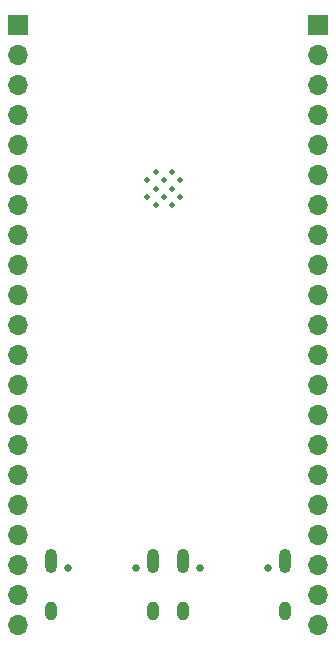
<source format=gbr>
%TF.GenerationSoftware,KiCad,Pcbnew,(6.0.10)*%
%TF.CreationDate,2023-01-22T23:50:18+10:00*%
%TF.ProjectId,ESP32-S3-Breakout,45535033-322d-4533-932d-427265616b6f,rev?*%
%TF.SameCoordinates,Original*%
%TF.FileFunction,Soldermask,Bot*%
%TF.FilePolarity,Negative*%
%FSLAX46Y46*%
G04 Gerber Fmt 4.6, Leading zero omitted, Abs format (unit mm)*
G04 Created by KiCad (PCBNEW (6.0.10)) date 2023-01-22 23:50:18*
%MOMM*%
%LPD*%
G01*
G04 APERTURE LIST*
%ADD10C,0.650000*%
%ADD11O,1.000000X2.100000*%
%ADD12O,1.000000X1.600000*%
%ADD13C,0.500000*%
%ADD14R,1.700000X1.700000*%
%ADD15O,1.700000X1.700000*%
G04 APERTURE END LIST*
D10*
%TO.C,J1*%
X97378000Y-122114000D03*
X91598000Y-122114000D03*
D11*
X98808000Y-121584000D03*
D12*
X90168000Y-125764000D03*
D11*
X90168000Y-121584000D03*
D12*
X98808000Y-125764000D03*
%TD*%
D13*
%TO.C,U3*%
X87143000Y-90716000D03*
X88543000Y-89316000D03*
X89243000Y-90016000D03*
X87143000Y-89316000D03*
X88543000Y-90716000D03*
X89243000Y-88616000D03*
X89243000Y-91416000D03*
X87843000Y-91416000D03*
X89943000Y-90716000D03*
X87843000Y-88616000D03*
X87843000Y-90016000D03*
X89943000Y-89316000D03*
%TD*%
D10*
%TO.C,J2*%
X80422000Y-122114000D03*
X86202000Y-122114000D03*
D11*
X78992000Y-121584000D03*
D12*
X87632000Y-125764000D03*
X78992000Y-125764000D03*
D11*
X87632000Y-121584000D03*
%TD*%
D14*
%TO.C,J3*%
X76200000Y-76200000D03*
D15*
X76200000Y-78740000D03*
X76200000Y-81280000D03*
X76200000Y-83820000D03*
X76200000Y-86360000D03*
X76200000Y-88900000D03*
X76200000Y-91440000D03*
X76200000Y-93980000D03*
X76200000Y-96520000D03*
X76200000Y-99060000D03*
X76200000Y-101600000D03*
X76200000Y-104140000D03*
X76200000Y-106680000D03*
X76200000Y-109220000D03*
X76200000Y-111760000D03*
X76200000Y-114300000D03*
X76200000Y-116840000D03*
X76200000Y-119380000D03*
X76200000Y-121920000D03*
X76200000Y-124460000D03*
X76200000Y-127000000D03*
%TD*%
D14*
%TO.C,J4*%
X101600000Y-76200000D03*
D15*
X101600000Y-78740000D03*
X101600000Y-81280000D03*
X101600000Y-83820000D03*
X101600000Y-86360000D03*
X101600000Y-88900000D03*
X101600000Y-91440000D03*
X101600000Y-93980000D03*
X101600000Y-96520000D03*
X101600000Y-99060000D03*
X101600000Y-101600000D03*
X101600000Y-104140000D03*
X101600000Y-106680000D03*
X101600000Y-109220000D03*
X101600000Y-111760000D03*
X101600000Y-114300000D03*
X101600000Y-116840000D03*
X101600000Y-119380000D03*
X101600000Y-121920000D03*
X101600000Y-124460000D03*
X101600000Y-127000000D03*
%TD*%
M02*

</source>
